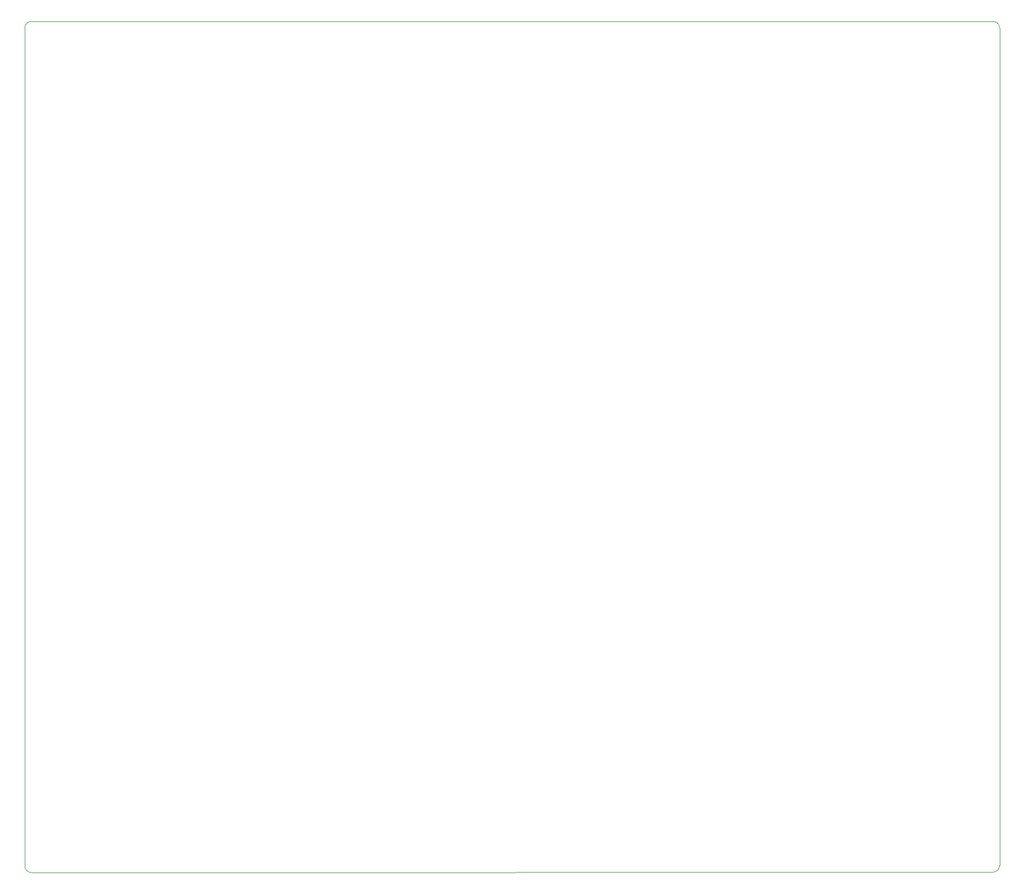
<source format=gbr>
G04 #@! TF.GenerationSoftware,KiCad,Pcbnew,9.0.3*
G04 #@! TF.CreationDate,2025-08-01T19:28:12-07:00*
G04 #@! TF.ProjectId,CardTestFixture,43617264-5465-4737-9446-697874757265,A*
G04 #@! TF.SameCoordinates,Original*
G04 #@! TF.FileFunction,Profile,NP*
%FSLAX46Y46*%
G04 Gerber Fmt 4.6, Leading zero omitted, Abs format (unit mm)*
G04 Created by KiCad (PCBNEW 9.0.3) date 2025-08-01 19:28:12*
%MOMM*%
%LPD*%
G01*
G04 APERTURE LIST*
G04 #@! TA.AperFunction,Profile*
%ADD10C,0.100000*%
G04 #@! TD*
G04 APERTURE END LIST*
D10*
X81001951Y-160435546D02*
X229000269Y-160395691D01*
X80000013Y-30400013D02*
G75*
G02*
X81000013Y-29400013I999987J13D01*
G01*
X80000013Y-30400013D02*
X80001682Y-159435559D01*
X230000000Y-159395691D02*
G75*
G02*
X229000269Y-160395700I-1000000J-9D01*
G01*
X81001951Y-160435546D02*
G75*
G02*
X80001654Y-159435559I-251J1000046D01*
G01*
X81000013Y-29400000D02*
X229000000Y-29400000D01*
X229000000Y-29400000D02*
G75*
G02*
X230000000Y-30400000I0J-1000000D01*
G01*
X230000000Y-30400000D02*
X230000000Y-159395691D01*
M02*

</source>
